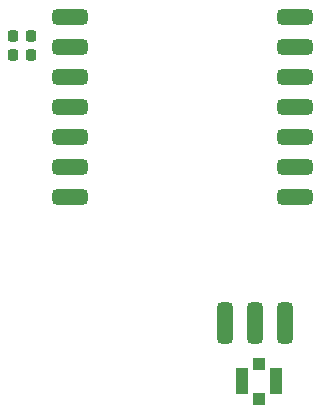
<source format=gbp>
%TF.GenerationSoftware,KiCad,Pcbnew,7.0.5-0*%
%TF.CreationDate,2024-02-07T21:38:44-05:00*%
%TF.ProjectId,GHOUL-2024-0,47484f55-4c2d-4323-9032-342d302e6b69,rev?*%
%TF.SameCoordinates,Original*%
%TF.FileFunction,Paste,Bot*%
%TF.FilePolarity,Positive*%
%FSLAX46Y46*%
G04 Gerber Fmt 4.6, Leading zero omitted, Abs format (unit mm)*
G04 Created by KiCad (PCBNEW 7.0.5-0) date 2024-02-07 21:38:44*
%MOMM*%
%LPD*%
G01*
G04 APERTURE LIST*
G04 Aperture macros list*
%AMRoundRect*
0 Rectangle with rounded corners*
0 $1 Rounding radius*
0 $2 $3 $4 $5 $6 $7 $8 $9 X,Y pos of 4 corners*
0 Add a 4 corners polygon primitive as box body*
4,1,4,$2,$3,$4,$5,$6,$7,$8,$9,$2,$3,0*
0 Add four circle primitives for the rounded corners*
1,1,$1+$1,$2,$3*
1,1,$1+$1,$4,$5*
1,1,$1+$1,$6,$7*
1,1,$1+$1,$8,$9*
0 Add four rect primitives between the rounded corners*
20,1,$1+$1,$2,$3,$4,$5,0*
20,1,$1+$1,$4,$5,$6,$7,0*
20,1,$1+$1,$6,$7,$8,$9,0*
20,1,$1+$1,$8,$9,$2,$3,0*%
G04 Aperture macros list end*
%ADD10RoundRect,0.225000X0.225000X0.250000X-0.225000X0.250000X-0.225000X-0.250000X0.225000X-0.250000X0*%
%ADD11R,1.000000X1.000000*%
%ADD12R,1.050000X2.200000*%
%ADD13RoundRect,0.322500X-1.177500X-0.322500X1.177500X-0.322500X1.177500X0.322500X-1.177500X0.322500X0*%
%ADD14RoundRect,0.325000X-1.175000X-0.325000X1.175000X-0.325000X1.175000X0.325000X-1.175000X0.325000X0*%
%ADD15RoundRect,0.325000X-0.325000X1.425000X-0.325000X-1.425000X0.325000X-1.425000X0.325000X1.425000X0*%
G04 APERTURE END LIST*
D10*
%TO.C,C22*%
X141465000Y-104390000D03*
X139915000Y-104390000D03*
%TD*%
%TO.C,C21*%
X141465000Y-106000000D03*
X139915000Y-106000000D03*
%TD*%
D11*
%TO.C,J2*%
X160745000Y-132120000D03*
D12*
X159270000Y-133620000D03*
D11*
X160745000Y-135120000D03*
D12*
X162220000Y-133620000D03*
%TD*%
D13*
%TO.C,U7*%
X144770000Y-118035000D03*
D14*
X144770000Y-115490000D03*
X144770000Y-112950000D03*
X144770000Y-110410000D03*
X144770000Y-107870000D03*
X144770000Y-105330000D03*
X144770000Y-102790000D03*
X163770000Y-102790000D03*
X163770000Y-105330000D03*
X163770000Y-107870000D03*
X163770000Y-110410000D03*
X163770000Y-112950000D03*
X163770000Y-115490000D03*
D13*
X163770000Y-118035000D03*
D15*
X162940000Y-128640000D03*
X160400000Y-128640000D03*
X157860000Y-128640000D03*
%TD*%
M02*

</source>
